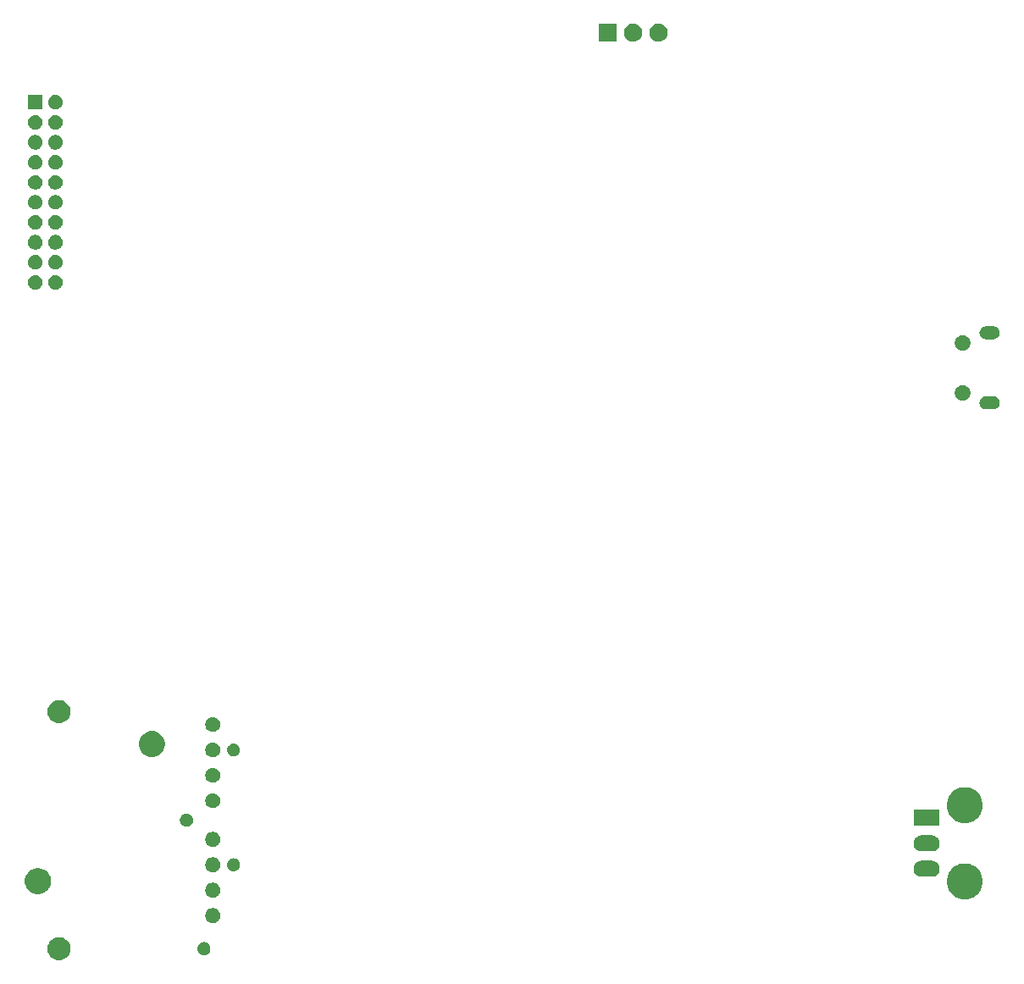
<source format=gbs>
G04 #@! TF.GenerationSoftware,KiCad,Pcbnew,5.1.6-c6e7f7d~86~ubuntu16.04.1*
G04 #@! TF.CreationDate,2020-07-06T18:05:24+05:00*
G04 #@! TF.ProjectId,usb2most,75736232-6d6f-4737-942e-6b696361645f,rev?*
G04 #@! TF.SameCoordinates,Original*
G04 #@! TF.FileFunction,Soldermask,Bot*
G04 #@! TF.FilePolarity,Negative*
%FSLAX46Y46*%
G04 Gerber Fmt 4.6, Leading zero omitted, Abs format (unit mm)*
G04 Created by KiCad (PCBNEW 5.1.6-c6e7f7d~86~ubuntu16.04.1) date 2020-07-06 18:05:24*
%MOMM*%
%LPD*%
G01*
G04 APERTURE LIST*
%ADD10C,0.100000*%
G04 APERTURE END LIST*
D10*
G36*
X24887324Y-113594731D02*
G01*
X25035443Y-113624194D01*
X25244729Y-113710884D01*
X25433082Y-113836737D01*
X25593263Y-113996918D01*
X25719116Y-114185271D01*
X25805806Y-114394557D01*
X25850000Y-114616735D01*
X25850000Y-114843265D01*
X25805806Y-115065443D01*
X25719116Y-115274729D01*
X25593263Y-115463082D01*
X25433082Y-115623263D01*
X25244729Y-115749116D01*
X25035443Y-115835806D01*
X24887324Y-115865269D01*
X24813266Y-115880000D01*
X24586734Y-115880000D01*
X24512676Y-115865269D01*
X24364557Y-115835806D01*
X24155271Y-115749116D01*
X23966918Y-115623263D01*
X23806737Y-115463082D01*
X23680884Y-115274729D01*
X23594194Y-115065443D01*
X23550000Y-114843265D01*
X23550000Y-114616735D01*
X23594194Y-114394557D01*
X23680884Y-114185271D01*
X23806737Y-113996918D01*
X23966918Y-113836737D01*
X24155271Y-113710884D01*
X24364557Y-113624194D01*
X24512676Y-113594731D01*
X24586734Y-113580000D01*
X24813266Y-113580000D01*
X24887324Y-113594731D01*
G37*
G36*
X39347738Y-114096653D02*
G01*
X39389598Y-114104979D01*
X39438596Y-114125275D01*
X39507889Y-114153977D01*
X39507890Y-114153978D01*
X39614351Y-114225112D01*
X39704888Y-114315649D01*
X39752418Y-114386784D01*
X39776023Y-114422111D01*
X39825021Y-114540403D01*
X39850000Y-114665979D01*
X39850000Y-114794021D01*
X39825021Y-114919597D01*
X39776023Y-115037889D01*
X39776022Y-115037890D01*
X39704888Y-115144351D01*
X39614351Y-115234888D01*
X39554727Y-115274727D01*
X39507889Y-115306023D01*
X39438596Y-115334725D01*
X39389598Y-115355021D01*
X39347738Y-115363347D01*
X39264021Y-115380000D01*
X39135979Y-115380000D01*
X39052262Y-115363347D01*
X39010402Y-115355021D01*
X38961404Y-115334725D01*
X38892111Y-115306023D01*
X38845273Y-115274727D01*
X38785649Y-115234888D01*
X38695112Y-115144351D01*
X38623978Y-115037890D01*
X38623977Y-115037889D01*
X38574979Y-114919597D01*
X38550000Y-114794021D01*
X38550000Y-114665979D01*
X38574979Y-114540403D01*
X38623977Y-114422111D01*
X38647582Y-114386784D01*
X38695112Y-114315649D01*
X38785649Y-114225112D01*
X38892110Y-114153978D01*
X38892111Y-114153977D01*
X38961404Y-114125275D01*
X39010402Y-114104979D01*
X39052262Y-114096653D01*
X39135979Y-114080000D01*
X39264021Y-114080000D01*
X39347738Y-114096653D01*
G37*
G36*
X40288766Y-110708821D02*
G01*
X40425257Y-110765358D01*
X40548097Y-110847437D01*
X40652563Y-110951903D01*
X40734642Y-111074743D01*
X40791179Y-111211234D01*
X40820000Y-111356130D01*
X40820000Y-111503870D01*
X40791179Y-111648766D01*
X40734642Y-111785257D01*
X40652563Y-111908097D01*
X40548097Y-112012563D01*
X40425257Y-112094642D01*
X40288766Y-112151179D01*
X40143870Y-112180000D01*
X39996130Y-112180000D01*
X39851234Y-112151179D01*
X39714743Y-112094642D01*
X39591903Y-112012563D01*
X39487437Y-111908097D01*
X39405358Y-111785257D01*
X39348821Y-111648766D01*
X39320000Y-111503870D01*
X39320000Y-111356130D01*
X39348821Y-111211234D01*
X39405358Y-111074743D01*
X39487437Y-110951903D01*
X39591903Y-110847437D01*
X39714743Y-110765358D01*
X39851234Y-110708821D01*
X39996130Y-110680000D01*
X40143870Y-110680000D01*
X40288766Y-110708821D01*
G37*
G36*
X115601163Y-106253587D02*
G01*
X115775041Y-106288173D01*
X116046415Y-106400580D01*
X116078860Y-106414019D01*
X116102620Y-106423861D01*
X116397433Y-106620849D01*
X116648151Y-106871567D01*
X116835062Y-107151299D01*
X116845140Y-107166382D01*
X116857245Y-107195606D01*
X116980827Y-107493959D01*
X117050000Y-107841716D01*
X117050000Y-108196284D01*
X116980827Y-108544041D01*
X116845139Y-108871620D01*
X116648151Y-109166433D01*
X116397433Y-109417151D01*
X116102620Y-109614139D01*
X115775041Y-109749827D01*
X115601163Y-109784413D01*
X115427286Y-109819000D01*
X115072714Y-109819000D01*
X114898837Y-109784413D01*
X114724959Y-109749827D01*
X114397380Y-109614139D01*
X114102567Y-109417151D01*
X113851849Y-109166433D01*
X113654861Y-108871620D01*
X113519173Y-108544041D01*
X113450000Y-108196284D01*
X113450000Y-107841716D01*
X113519173Y-107493959D01*
X113642755Y-107195606D01*
X113654860Y-107166382D01*
X113664938Y-107151299D01*
X113851849Y-106871567D01*
X114102567Y-106620849D01*
X114397380Y-106423861D01*
X114421141Y-106414019D01*
X114453585Y-106400580D01*
X114724959Y-106288173D01*
X114898837Y-106253587D01*
X115072714Y-106219000D01*
X115427286Y-106219000D01*
X115601163Y-106253587D01*
G37*
G36*
X40288766Y-108168821D02*
G01*
X40425257Y-108225358D01*
X40548097Y-108307437D01*
X40652563Y-108411903D01*
X40734642Y-108534743D01*
X40791179Y-108671234D01*
X40820000Y-108816130D01*
X40820000Y-108963870D01*
X40791179Y-109108766D01*
X40734642Y-109245257D01*
X40652563Y-109368097D01*
X40548097Y-109472563D01*
X40425257Y-109554642D01*
X40288766Y-109611179D01*
X40143870Y-109640000D01*
X39996130Y-109640000D01*
X39851234Y-109611179D01*
X39714743Y-109554642D01*
X39591903Y-109472563D01*
X39487437Y-109368097D01*
X39405358Y-109245257D01*
X39348821Y-109108766D01*
X39320000Y-108963870D01*
X39320000Y-108816130D01*
X39348821Y-108671234D01*
X39405358Y-108534743D01*
X39487437Y-108411903D01*
X39591903Y-108307437D01*
X39714743Y-108225358D01*
X39851234Y-108168821D01*
X39996130Y-108140000D01*
X40143870Y-108140000D01*
X40288766Y-108168821D01*
G37*
G36*
X22979196Y-106729958D02*
G01*
X23215781Y-106827955D01*
X23428702Y-106970224D01*
X23609776Y-107151298D01*
X23720776Y-107317422D01*
X23752046Y-107364221D01*
X23850042Y-107600805D01*
X23900000Y-107851960D01*
X23900000Y-108108040D01*
X23850042Y-108359195D01*
X23773477Y-108544041D01*
X23752045Y-108595781D01*
X23609776Y-108808702D01*
X23428702Y-108989776D01*
X23215781Y-109132045D01*
X22979196Y-109230042D01*
X22728040Y-109280000D01*
X22471960Y-109280000D01*
X22220804Y-109230042D01*
X21984219Y-109132045D01*
X21771298Y-108989776D01*
X21590224Y-108808702D01*
X21447955Y-108595781D01*
X21426524Y-108544041D01*
X21349958Y-108359195D01*
X21300000Y-108108040D01*
X21300000Y-107851960D01*
X21349958Y-107600805D01*
X21447954Y-107364221D01*
X21479224Y-107317422D01*
X21590224Y-107151298D01*
X21771298Y-106970224D01*
X21984219Y-106827955D01*
X22220804Y-106729958D01*
X22471960Y-106680000D01*
X22728040Y-106680000D01*
X22979196Y-106729958D01*
G37*
G36*
X112018471Y-105952859D02*
G01*
X112096827Y-105960576D01*
X112247628Y-106006321D01*
X112247630Y-106006322D01*
X112386605Y-106080606D01*
X112508422Y-106180578D01*
X112608394Y-106302395D01*
X112673319Y-106423860D01*
X112682679Y-106441372D01*
X112728424Y-106592173D01*
X112743870Y-106749000D01*
X112728424Y-106905827D01*
X112695415Y-107014642D01*
X112682678Y-107056630D01*
X112608394Y-107195605D01*
X112508422Y-107317422D01*
X112386605Y-107417394D01*
X112247630Y-107491678D01*
X112247628Y-107491679D01*
X112096827Y-107537424D01*
X112018471Y-107545141D01*
X111979294Y-107549000D01*
X110900706Y-107549000D01*
X110861529Y-107545141D01*
X110783173Y-107537424D01*
X110632372Y-107491679D01*
X110632370Y-107491678D01*
X110493395Y-107417394D01*
X110371578Y-107317422D01*
X110271606Y-107195605D01*
X110197322Y-107056630D01*
X110184585Y-107014642D01*
X110151576Y-106905827D01*
X110136130Y-106749000D01*
X110151576Y-106592173D01*
X110197321Y-106441372D01*
X110206681Y-106423860D01*
X110271606Y-106302395D01*
X110371578Y-106180578D01*
X110493395Y-106080606D01*
X110632370Y-106006322D01*
X110632372Y-106006321D01*
X110783173Y-105960576D01*
X110861529Y-105952859D01*
X110900706Y-105949000D01*
X111979294Y-105949000D01*
X112018471Y-105952859D01*
G37*
G36*
X40288766Y-105628821D02*
G01*
X40425257Y-105685358D01*
X40548097Y-105767437D01*
X40652563Y-105871903D01*
X40734642Y-105994743D01*
X40791179Y-106131234D01*
X40820000Y-106276130D01*
X40820000Y-106423870D01*
X40791179Y-106568766D01*
X40734642Y-106705257D01*
X40652563Y-106828097D01*
X40548097Y-106932563D01*
X40425257Y-107014642D01*
X40288766Y-107071179D01*
X40143870Y-107100000D01*
X39996130Y-107100000D01*
X39851234Y-107071179D01*
X39714743Y-107014642D01*
X39591903Y-106932563D01*
X39487437Y-106828097D01*
X39405358Y-106705257D01*
X39348821Y-106568766D01*
X39320000Y-106423870D01*
X39320000Y-106276130D01*
X39348821Y-106131234D01*
X39405358Y-105994743D01*
X39487437Y-105871903D01*
X39591903Y-105767437D01*
X39714743Y-105685358D01*
X39851234Y-105628821D01*
X39996130Y-105600000D01*
X40143870Y-105600000D01*
X40288766Y-105628821D01*
G37*
G36*
X42297738Y-105716653D02*
G01*
X42339598Y-105724979D01*
X42388596Y-105745275D01*
X42457889Y-105773977D01*
X42457890Y-105773978D01*
X42564351Y-105845112D01*
X42654888Y-105935649D01*
X42671543Y-105960576D01*
X42726023Y-106042111D01*
X42754725Y-106111404D01*
X42762939Y-106131233D01*
X42775021Y-106160403D01*
X42800000Y-106285979D01*
X42800000Y-106414021D01*
X42798041Y-106423869D01*
X42775021Y-106539598D01*
X42754725Y-106588596D01*
X42726023Y-106657889D01*
X42726022Y-106657890D01*
X42654888Y-106764351D01*
X42564351Y-106854888D01*
X42539387Y-106871568D01*
X42457889Y-106926023D01*
X42388596Y-106954725D01*
X42339598Y-106975021D01*
X42297738Y-106983347D01*
X42214021Y-107000000D01*
X42085979Y-107000000D01*
X42002262Y-106983347D01*
X41960402Y-106975021D01*
X41911404Y-106954725D01*
X41842111Y-106926023D01*
X41760613Y-106871568D01*
X41735649Y-106854888D01*
X41645112Y-106764351D01*
X41573978Y-106657890D01*
X41573977Y-106657889D01*
X41545275Y-106588596D01*
X41524979Y-106539598D01*
X41501959Y-106423869D01*
X41500000Y-106414021D01*
X41500000Y-106285979D01*
X41524979Y-106160403D01*
X41537062Y-106131233D01*
X41545275Y-106111404D01*
X41573977Y-106042111D01*
X41628457Y-105960576D01*
X41645112Y-105935649D01*
X41735649Y-105845112D01*
X41842110Y-105773978D01*
X41842111Y-105773977D01*
X41911404Y-105745275D01*
X41960402Y-105724979D01*
X42002262Y-105716653D01*
X42085979Y-105700000D01*
X42214021Y-105700000D01*
X42297738Y-105716653D01*
G37*
G36*
X112018471Y-103412859D02*
G01*
X112096827Y-103420576D01*
X112247628Y-103466321D01*
X112247630Y-103466322D01*
X112386605Y-103540606D01*
X112448296Y-103591234D01*
X112508422Y-103640578D01*
X112608393Y-103762394D01*
X112682679Y-103901372D01*
X112728424Y-104052173D01*
X112743870Y-104209000D01*
X112728424Y-104365827D01*
X112695415Y-104474642D01*
X112682678Y-104516630D01*
X112608394Y-104655605D01*
X112508422Y-104777422D01*
X112386605Y-104877394D01*
X112247630Y-104951678D01*
X112247628Y-104951679D01*
X112096827Y-104997424D01*
X112018471Y-105005141D01*
X111979294Y-105009000D01*
X110900706Y-105009000D01*
X110861529Y-105005141D01*
X110783173Y-104997424D01*
X110632372Y-104951679D01*
X110632370Y-104951678D01*
X110493395Y-104877394D01*
X110371578Y-104777422D01*
X110271606Y-104655605D01*
X110197322Y-104516630D01*
X110184585Y-104474642D01*
X110151576Y-104365827D01*
X110136130Y-104209000D01*
X110151576Y-104052173D01*
X110197321Y-103901372D01*
X110271607Y-103762394D01*
X110371578Y-103640578D01*
X110431704Y-103591234D01*
X110493395Y-103540606D01*
X110632370Y-103466322D01*
X110632372Y-103466321D01*
X110783173Y-103420576D01*
X110861529Y-103412859D01*
X110900706Y-103409000D01*
X111979294Y-103409000D01*
X112018471Y-103412859D01*
G37*
G36*
X40288766Y-103088821D02*
G01*
X40425257Y-103145358D01*
X40548097Y-103227437D01*
X40652563Y-103331903D01*
X40734642Y-103454743D01*
X40791179Y-103591234D01*
X40820000Y-103736130D01*
X40820000Y-103883870D01*
X40791179Y-104028766D01*
X40734642Y-104165257D01*
X40652563Y-104288097D01*
X40548097Y-104392563D01*
X40425257Y-104474642D01*
X40288766Y-104531179D01*
X40143870Y-104560000D01*
X39996130Y-104560000D01*
X39851234Y-104531179D01*
X39714743Y-104474642D01*
X39591903Y-104392563D01*
X39487437Y-104288097D01*
X39405358Y-104165257D01*
X39348821Y-104028766D01*
X39320000Y-103883870D01*
X39320000Y-103736130D01*
X39348821Y-103591234D01*
X39405358Y-103454743D01*
X39487437Y-103331903D01*
X39591903Y-103227437D01*
X39714743Y-103145358D01*
X39851234Y-103088821D01*
X39996130Y-103060000D01*
X40143870Y-103060000D01*
X40288766Y-103088821D01*
G37*
G36*
X37597738Y-101246653D02*
G01*
X37639598Y-101254979D01*
X37688596Y-101275275D01*
X37757889Y-101303977D01*
X37757890Y-101303978D01*
X37864351Y-101375112D01*
X37954888Y-101465649D01*
X38002418Y-101536784D01*
X38026023Y-101572111D01*
X38075021Y-101690403D01*
X38100000Y-101815979D01*
X38100000Y-101944021D01*
X38075021Y-102069597D01*
X38026023Y-102187889D01*
X38026022Y-102187890D01*
X37954888Y-102294351D01*
X37864351Y-102384888D01*
X37793216Y-102432418D01*
X37757889Y-102456023D01*
X37688596Y-102484725D01*
X37639598Y-102505021D01*
X37597738Y-102513347D01*
X37514021Y-102530000D01*
X37385979Y-102530000D01*
X37302262Y-102513347D01*
X37260402Y-102505021D01*
X37211404Y-102484725D01*
X37142111Y-102456023D01*
X37106784Y-102432418D01*
X37035649Y-102384888D01*
X36945112Y-102294351D01*
X36873978Y-102187890D01*
X36873977Y-102187889D01*
X36824979Y-102069597D01*
X36800000Y-101944021D01*
X36800000Y-101815979D01*
X36824979Y-101690403D01*
X36873977Y-101572111D01*
X36897582Y-101536784D01*
X36945112Y-101465649D01*
X37035649Y-101375112D01*
X37142110Y-101303978D01*
X37142111Y-101303977D01*
X37211404Y-101275275D01*
X37260402Y-101254979D01*
X37302262Y-101246653D01*
X37385979Y-101230000D01*
X37514021Y-101230000D01*
X37597738Y-101246653D01*
G37*
G36*
X112740000Y-102469000D02*
G01*
X110140000Y-102469000D01*
X110140000Y-100869000D01*
X112740000Y-100869000D01*
X112740000Y-102469000D01*
G37*
G36*
X115601162Y-98633586D02*
G01*
X115775041Y-98668173D01*
X116102620Y-98803861D01*
X116397433Y-99000849D01*
X116648151Y-99251567D01*
X116845139Y-99546380D01*
X116980827Y-99873959D01*
X116981259Y-99876131D01*
X117050000Y-100221714D01*
X117050000Y-100576286D01*
X117015414Y-100750162D01*
X116980827Y-100924041D01*
X116845139Y-101251620D01*
X116648151Y-101546433D01*
X116397433Y-101797151D01*
X116102620Y-101994139D01*
X115775041Y-102129827D01*
X115601162Y-102164414D01*
X115427286Y-102199000D01*
X115072714Y-102199000D01*
X114898837Y-102164413D01*
X114724959Y-102129827D01*
X114397380Y-101994139D01*
X114102567Y-101797151D01*
X113851849Y-101546433D01*
X113654861Y-101251620D01*
X113519173Y-100924041D01*
X113484587Y-100750163D01*
X113450000Y-100576286D01*
X113450000Y-100221714D01*
X113518741Y-99876131D01*
X113519173Y-99873959D01*
X113654861Y-99546380D01*
X113851849Y-99251567D01*
X114102567Y-99000849D01*
X114397380Y-98803861D01*
X114724959Y-98668173D01*
X114898838Y-98633586D01*
X115072714Y-98599000D01*
X115427286Y-98599000D01*
X115601162Y-98633586D01*
G37*
G36*
X40288766Y-99228821D02*
G01*
X40425257Y-99285358D01*
X40548097Y-99367437D01*
X40652563Y-99471903D01*
X40734642Y-99594743D01*
X40791179Y-99731234D01*
X40820000Y-99876130D01*
X40820000Y-100023870D01*
X40791179Y-100168766D01*
X40734642Y-100305257D01*
X40652563Y-100428097D01*
X40548097Y-100532563D01*
X40425257Y-100614642D01*
X40288766Y-100671179D01*
X40143870Y-100700000D01*
X39996130Y-100700000D01*
X39851234Y-100671179D01*
X39714743Y-100614642D01*
X39591903Y-100532563D01*
X39487437Y-100428097D01*
X39405358Y-100305257D01*
X39348821Y-100168766D01*
X39320000Y-100023870D01*
X39320000Y-99876130D01*
X39348821Y-99731234D01*
X39405358Y-99594743D01*
X39487437Y-99471903D01*
X39591903Y-99367437D01*
X39714743Y-99285358D01*
X39851234Y-99228821D01*
X39996130Y-99200000D01*
X40143870Y-99200000D01*
X40288766Y-99228821D01*
G37*
G36*
X40288766Y-96688821D02*
G01*
X40425257Y-96745358D01*
X40548097Y-96827437D01*
X40652563Y-96931903D01*
X40734642Y-97054743D01*
X40791179Y-97191234D01*
X40820000Y-97336130D01*
X40820000Y-97483870D01*
X40791179Y-97628766D01*
X40734642Y-97765257D01*
X40652563Y-97888097D01*
X40548097Y-97992563D01*
X40425257Y-98074642D01*
X40288766Y-98131179D01*
X40143870Y-98160000D01*
X39996130Y-98160000D01*
X39851234Y-98131179D01*
X39714743Y-98074642D01*
X39591903Y-97992563D01*
X39487437Y-97888097D01*
X39405358Y-97765257D01*
X39348821Y-97628766D01*
X39320000Y-97483870D01*
X39320000Y-97336130D01*
X39348821Y-97191234D01*
X39405358Y-97054743D01*
X39487437Y-96931903D01*
X39591903Y-96827437D01*
X39714743Y-96745358D01*
X39851234Y-96688821D01*
X39996130Y-96660000D01*
X40143870Y-96660000D01*
X40288766Y-96688821D01*
G37*
G36*
X40288766Y-94148821D02*
G01*
X40425257Y-94205358D01*
X40548097Y-94287437D01*
X40652563Y-94391903D01*
X40734642Y-94514743D01*
X40791179Y-94651234D01*
X40820000Y-94796130D01*
X40820000Y-94943870D01*
X40791179Y-95088766D01*
X40734642Y-95225257D01*
X40652563Y-95348097D01*
X40548097Y-95452563D01*
X40425257Y-95534642D01*
X40288766Y-95591179D01*
X40143870Y-95620000D01*
X39996130Y-95620000D01*
X39851234Y-95591179D01*
X39714743Y-95534642D01*
X39591903Y-95452563D01*
X39487437Y-95348097D01*
X39405358Y-95225257D01*
X39348821Y-95088766D01*
X39320000Y-94943870D01*
X39320000Y-94796130D01*
X39348821Y-94651234D01*
X39405358Y-94514743D01*
X39487437Y-94391903D01*
X39591903Y-94287437D01*
X39714743Y-94205358D01*
X39851234Y-94148821D01*
X39996130Y-94120000D01*
X40143870Y-94120000D01*
X40288766Y-94148821D01*
G37*
G36*
X34201645Y-92994641D02*
G01*
X34379196Y-93029958D01*
X34615781Y-93127955D01*
X34828702Y-93270224D01*
X35009776Y-93451298D01*
X35152045Y-93664219D01*
X35152046Y-93664221D01*
X35250042Y-93900805D01*
X35299376Y-94148821D01*
X35300000Y-94151961D01*
X35300000Y-94408039D01*
X35250042Y-94659196D01*
X35152045Y-94895781D01*
X35009776Y-95108702D01*
X34828702Y-95289776D01*
X34615781Y-95432045D01*
X34379196Y-95530042D01*
X34253617Y-95555021D01*
X34128040Y-95580000D01*
X33871960Y-95580000D01*
X33746383Y-95555021D01*
X33620804Y-95530042D01*
X33384219Y-95432045D01*
X33171298Y-95289776D01*
X32990224Y-95108702D01*
X32847955Y-94895781D01*
X32749958Y-94659196D01*
X32700000Y-94408039D01*
X32700000Y-94151961D01*
X32700625Y-94148821D01*
X32749958Y-93900805D01*
X32847954Y-93664221D01*
X32847955Y-93664219D01*
X32990224Y-93451298D01*
X33171298Y-93270224D01*
X33384219Y-93127955D01*
X33620804Y-93029958D01*
X33798355Y-92994641D01*
X33871960Y-92980000D01*
X34128040Y-92980000D01*
X34201645Y-92994641D01*
G37*
G36*
X42297738Y-94236653D02*
G01*
X42339598Y-94244979D01*
X42388596Y-94265275D01*
X42457889Y-94293977D01*
X42457890Y-94293978D01*
X42564351Y-94365112D01*
X42654888Y-94455649D01*
X42694372Y-94514742D01*
X42726023Y-94562111D01*
X42754725Y-94631404D01*
X42775021Y-94680402D01*
X42800000Y-94805981D01*
X42800000Y-94934019D01*
X42775021Y-95059598D01*
X42754725Y-95108596D01*
X42726023Y-95177889D01*
X42726022Y-95177890D01*
X42654888Y-95284351D01*
X42564351Y-95374888D01*
X42493216Y-95422418D01*
X42457889Y-95446023D01*
X42388596Y-95474725D01*
X42339598Y-95495021D01*
X42297738Y-95503347D01*
X42214021Y-95520000D01*
X42085979Y-95520000D01*
X42002262Y-95503347D01*
X41960402Y-95495021D01*
X41911404Y-95474725D01*
X41842111Y-95446023D01*
X41806784Y-95422418D01*
X41735649Y-95374888D01*
X41645112Y-95284351D01*
X41573978Y-95177890D01*
X41573977Y-95177889D01*
X41545275Y-95108596D01*
X41524979Y-95059598D01*
X41500000Y-94934019D01*
X41500000Y-94805981D01*
X41524979Y-94680402D01*
X41545275Y-94631404D01*
X41573977Y-94562111D01*
X41605628Y-94514742D01*
X41645112Y-94455649D01*
X41735649Y-94365112D01*
X41842110Y-94293978D01*
X41842111Y-94293977D01*
X41911404Y-94265275D01*
X41960402Y-94244979D01*
X42002262Y-94236653D01*
X42085979Y-94220000D01*
X42214021Y-94220000D01*
X42297738Y-94236653D01*
G37*
G36*
X40288766Y-91608821D02*
G01*
X40425257Y-91665358D01*
X40548097Y-91747437D01*
X40652563Y-91851903D01*
X40734642Y-91974743D01*
X40791179Y-92111234D01*
X40820000Y-92256130D01*
X40820000Y-92403870D01*
X40791179Y-92548766D01*
X40734642Y-92685257D01*
X40652563Y-92808097D01*
X40548097Y-92912563D01*
X40425257Y-92994642D01*
X40288766Y-93051179D01*
X40143870Y-93080000D01*
X39996130Y-93080000D01*
X39851234Y-93051179D01*
X39714743Y-92994642D01*
X39591903Y-92912563D01*
X39487437Y-92808097D01*
X39405358Y-92685257D01*
X39348821Y-92548766D01*
X39320000Y-92403870D01*
X39320000Y-92256130D01*
X39348821Y-92111234D01*
X39405358Y-91974743D01*
X39487437Y-91851903D01*
X39591903Y-91747437D01*
X39714743Y-91665358D01*
X39851234Y-91608821D01*
X39996130Y-91580000D01*
X40143870Y-91580000D01*
X40288766Y-91608821D01*
G37*
G36*
X24887324Y-89894731D02*
G01*
X25035443Y-89924194D01*
X25244729Y-90010884D01*
X25433082Y-90136737D01*
X25593263Y-90296918D01*
X25719116Y-90485271D01*
X25805806Y-90694557D01*
X25850000Y-90916735D01*
X25850000Y-91143265D01*
X25805806Y-91365443D01*
X25719116Y-91574729D01*
X25593263Y-91763082D01*
X25433082Y-91923263D01*
X25244729Y-92049116D01*
X25035443Y-92135806D01*
X24887324Y-92165269D01*
X24813266Y-92180000D01*
X24586734Y-92180000D01*
X24512676Y-92165269D01*
X24364557Y-92135806D01*
X24155271Y-92049116D01*
X23966918Y-91923263D01*
X23806737Y-91763082D01*
X23680884Y-91574729D01*
X23594194Y-91365443D01*
X23550000Y-91143265D01*
X23550000Y-90916735D01*
X23594194Y-90694557D01*
X23680884Y-90485271D01*
X23806737Y-90296918D01*
X23966918Y-90136737D01*
X24155271Y-90010884D01*
X24364557Y-89924194D01*
X24512676Y-89894731D01*
X24586734Y-89880000D01*
X24813266Y-89880000D01*
X24887324Y-89894731D01*
G37*
G36*
X118195486Y-59515229D02*
G01*
X118207423Y-59516405D01*
X118268685Y-59534989D01*
X118329948Y-59553573D01*
X118442868Y-59613930D01*
X118541843Y-59695157D01*
X118623070Y-59794132D01*
X118683427Y-59907052D01*
X118720595Y-60029578D01*
X118733145Y-60157000D01*
X118720595Y-60284422D01*
X118683427Y-60406948D01*
X118623070Y-60519868D01*
X118541843Y-60618843D01*
X118442868Y-60700070D01*
X118329948Y-60760427D01*
X118268685Y-60779011D01*
X118207423Y-60797595D01*
X118195486Y-60798771D01*
X118111932Y-60807000D01*
X117348068Y-60807000D01*
X117264514Y-60798771D01*
X117252577Y-60797595D01*
X117191315Y-60779011D01*
X117130052Y-60760427D01*
X117017132Y-60700070D01*
X116918157Y-60618843D01*
X116836930Y-60519868D01*
X116776573Y-60406948D01*
X116739405Y-60284422D01*
X116726855Y-60157000D01*
X116739405Y-60029578D01*
X116776573Y-59907052D01*
X116836930Y-59794132D01*
X116918157Y-59695157D01*
X117017132Y-59613930D01*
X117130052Y-59553573D01*
X117191315Y-59534989D01*
X117252577Y-59516405D01*
X117264514Y-59515229D01*
X117348068Y-59507000D01*
X118111932Y-59507000D01*
X118195486Y-59515229D01*
G37*
G36*
X115256059Y-58411782D02*
G01*
X115397099Y-58470203D01*
X115397100Y-58470204D01*
X115524034Y-58555018D01*
X115631982Y-58662966D01*
X115631983Y-58662968D01*
X115716797Y-58789901D01*
X115775218Y-58930941D01*
X115805000Y-59080668D01*
X115805000Y-59233332D01*
X115775218Y-59383059D01*
X115716797Y-59524099D01*
X115716796Y-59524100D01*
X115631982Y-59651034D01*
X115524034Y-59758982D01*
X115471428Y-59794132D01*
X115397099Y-59843797D01*
X115256059Y-59902218D01*
X115106332Y-59932000D01*
X114953668Y-59932000D01*
X114803941Y-59902218D01*
X114662901Y-59843797D01*
X114588572Y-59794132D01*
X114535966Y-59758982D01*
X114428018Y-59651034D01*
X114343204Y-59524100D01*
X114343203Y-59524099D01*
X114284782Y-59383059D01*
X114255000Y-59233332D01*
X114255000Y-59080668D01*
X114284782Y-58930941D01*
X114343203Y-58789901D01*
X114428017Y-58662968D01*
X114428018Y-58662966D01*
X114535966Y-58555018D01*
X114662900Y-58470204D01*
X114662901Y-58470203D01*
X114803941Y-58411782D01*
X114953668Y-58382000D01*
X115106332Y-58382000D01*
X115256059Y-58411782D01*
G37*
G36*
X115256059Y-53411782D02*
G01*
X115397099Y-53470203D01*
X115397100Y-53470204D01*
X115524034Y-53555018D01*
X115631982Y-53662966D01*
X115631983Y-53662968D01*
X115716797Y-53789901D01*
X115775218Y-53930941D01*
X115805000Y-54080668D01*
X115805000Y-54233332D01*
X115775218Y-54383059D01*
X115716797Y-54524099D01*
X115716796Y-54524100D01*
X115631982Y-54651034D01*
X115524034Y-54758982D01*
X115460136Y-54801677D01*
X115397099Y-54843797D01*
X115256059Y-54902218D01*
X115106332Y-54932000D01*
X114953668Y-54932000D01*
X114803941Y-54902218D01*
X114662901Y-54843797D01*
X114599864Y-54801677D01*
X114535966Y-54758982D01*
X114428018Y-54651034D01*
X114343204Y-54524100D01*
X114343203Y-54524099D01*
X114284782Y-54383059D01*
X114255000Y-54233332D01*
X114255000Y-54080668D01*
X114284782Y-53930941D01*
X114343203Y-53789901D01*
X114428017Y-53662968D01*
X114428018Y-53662966D01*
X114535966Y-53555018D01*
X114662900Y-53470204D01*
X114662901Y-53470203D01*
X114803941Y-53411782D01*
X114953668Y-53382000D01*
X115106332Y-53382000D01*
X115256059Y-53411782D01*
G37*
G36*
X118195486Y-52515229D02*
G01*
X118207423Y-52516405D01*
X118268685Y-52534989D01*
X118329948Y-52553573D01*
X118442868Y-52613930D01*
X118541843Y-52695157D01*
X118623070Y-52794132D01*
X118683427Y-52907052D01*
X118720595Y-53029578D01*
X118733145Y-53157000D01*
X118720595Y-53284422D01*
X118683427Y-53406948D01*
X118623070Y-53519868D01*
X118541843Y-53618843D01*
X118442868Y-53700070D01*
X118329948Y-53760427D01*
X118268685Y-53779011D01*
X118207423Y-53797595D01*
X118195486Y-53798771D01*
X118111932Y-53807000D01*
X117348068Y-53807000D01*
X117264514Y-53798771D01*
X117252577Y-53797595D01*
X117191315Y-53779011D01*
X117130052Y-53760427D01*
X117017132Y-53700070D01*
X116918157Y-53618843D01*
X116836930Y-53519868D01*
X116776573Y-53406948D01*
X116739405Y-53284422D01*
X116726855Y-53157000D01*
X116739405Y-53029578D01*
X116776573Y-52907052D01*
X116836930Y-52794132D01*
X116918157Y-52695157D01*
X117017132Y-52613930D01*
X117130052Y-52553573D01*
X117191315Y-52534989D01*
X117252577Y-52516405D01*
X117264514Y-52515229D01*
X117348068Y-52507000D01*
X118111932Y-52507000D01*
X118195486Y-52515229D01*
G37*
G36*
X22551475Y-47412861D02*
G01*
X22683416Y-47467512D01*
X22802160Y-47546855D01*
X22903145Y-47647840D01*
X22982488Y-47766584D01*
X23037139Y-47898525D01*
X23065000Y-48038592D01*
X23065000Y-48181408D01*
X23037139Y-48321475D01*
X22982488Y-48453416D01*
X22903145Y-48572160D01*
X22802160Y-48673145D01*
X22683416Y-48752488D01*
X22551475Y-48807139D01*
X22411408Y-48835000D01*
X22268592Y-48835000D01*
X22128525Y-48807139D01*
X21996584Y-48752488D01*
X21877840Y-48673145D01*
X21776855Y-48572160D01*
X21697512Y-48453416D01*
X21642861Y-48321475D01*
X21615000Y-48181408D01*
X21615000Y-48038592D01*
X21642861Y-47898525D01*
X21697512Y-47766584D01*
X21776855Y-47647840D01*
X21877840Y-47546855D01*
X21996584Y-47467512D01*
X22128525Y-47412861D01*
X22268592Y-47385000D01*
X22411408Y-47385000D01*
X22551475Y-47412861D01*
G37*
G36*
X24551475Y-47412861D02*
G01*
X24683416Y-47467512D01*
X24802160Y-47546855D01*
X24903145Y-47647840D01*
X24982488Y-47766584D01*
X25037139Y-47898525D01*
X25065000Y-48038592D01*
X25065000Y-48181408D01*
X25037139Y-48321475D01*
X24982488Y-48453416D01*
X24903145Y-48572160D01*
X24802160Y-48673145D01*
X24683416Y-48752488D01*
X24551475Y-48807139D01*
X24411408Y-48835000D01*
X24268592Y-48835000D01*
X24128525Y-48807139D01*
X23996584Y-48752488D01*
X23877840Y-48673145D01*
X23776855Y-48572160D01*
X23697512Y-48453416D01*
X23642861Y-48321475D01*
X23615000Y-48181408D01*
X23615000Y-48038592D01*
X23642861Y-47898525D01*
X23697512Y-47766584D01*
X23776855Y-47647840D01*
X23877840Y-47546855D01*
X23996584Y-47467512D01*
X24128525Y-47412861D01*
X24268592Y-47385000D01*
X24411408Y-47385000D01*
X24551475Y-47412861D01*
G37*
G36*
X22551475Y-45412861D02*
G01*
X22683416Y-45467512D01*
X22802160Y-45546855D01*
X22903145Y-45647840D01*
X22982488Y-45766584D01*
X23037139Y-45898525D01*
X23065000Y-46038592D01*
X23065000Y-46181408D01*
X23037139Y-46321475D01*
X22982488Y-46453416D01*
X22903145Y-46572160D01*
X22802160Y-46673145D01*
X22683416Y-46752488D01*
X22551475Y-46807139D01*
X22411408Y-46835000D01*
X22268592Y-46835000D01*
X22128525Y-46807139D01*
X21996584Y-46752488D01*
X21877840Y-46673145D01*
X21776855Y-46572160D01*
X21697512Y-46453416D01*
X21642861Y-46321475D01*
X21615000Y-46181408D01*
X21615000Y-46038592D01*
X21642861Y-45898525D01*
X21697512Y-45766584D01*
X21776855Y-45647840D01*
X21877840Y-45546855D01*
X21996584Y-45467512D01*
X22128525Y-45412861D01*
X22268592Y-45385000D01*
X22411408Y-45385000D01*
X22551475Y-45412861D01*
G37*
G36*
X24551475Y-45412861D02*
G01*
X24683416Y-45467512D01*
X24802160Y-45546855D01*
X24903145Y-45647840D01*
X24982488Y-45766584D01*
X25037139Y-45898525D01*
X25065000Y-46038592D01*
X25065000Y-46181408D01*
X25037139Y-46321475D01*
X24982488Y-46453416D01*
X24903145Y-46572160D01*
X24802160Y-46673145D01*
X24683416Y-46752488D01*
X24551475Y-46807139D01*
X24411408Y-46835000D01*
X24268592Y-46835000D01*
X24128525Y-46807139D01*
X23996584Y-46752488D01*
X23877840Y-46673145D01*
X23776855Y-46572160D01*
X23697512Y-46453416D01*
X23642861Y-46321475D01*
X23615000Y-46181408D01*
X23615000Y-46038592D01*
X23642861Y-45898525D01*
X23697512Y-45766584D01*
X23776855Y-45647840D01*
X23877840Y-45546855D01*
X23996584Y-45467512D01*
X24128525Y-45412861D01*
X24268592Y-45385000D01*
X24411408Y-45385000D01*
X24551475Y-45412861D01*
G37*
G36*
X24551475Y-43412861D02*
G01*
X24683416Y-43467512D01*
X24802160Y-43546855D01*
X24903145Y-43647840D01*
X24982488Y-43766584D01*
X25037139Y-43898525D01*
X25065000Y-44038592D01*
X25065000Y-44181408D01*
X25037139Y-44321475D01*
X24982488Y-44453416D01*
X24903145Y-44572160D01*
X24802160Y-44673145D01*
X24683416Y-44752488D01*
X24551475Y-44807139D01*
X24411408Y-44835000D01*
X24268592Y-44835000D01*
X24128525Y-44807139D01*
X23996584Y-44752488D01*
X23877840Y-44673145D01*
X23776855Y-44572160D01*
X23697512Y-44453416D01*
X23642861Y-44321475D01*
X23615000Y-44181408D01*
X23615000Y-44038592D01*
X23642861Y-43898525D01*
X23697512Y-43766584D01*
X23776855Y-43647840D01*
X23877840Y-43546855D01*
X23996584Y-43467512D01*
X24128525Y-43412861D01*
X24268592Y-43385000D01*
X24411408Y-43385000D01*
X24551475Y-43412861D01*
G37*
G36*
X22551475Y-43412861D02*
G01*
X22683416Y-43467512D01*
X22802160Y-43546855D01*
X22903145Y-43647840D01*
X22982488Y-43766584D01*
X23037139Y-43898525D01*
X23065000Y-44038592D01*
X23065000Y-44181408D01*
X23037139Y-44321475D01*
X22982488Y-44453416D01*
X22903145Y-44572160D01*
X22802160Y-44673145D01*
X22683416Y-44752488D01*
X22551475Y-44807139D01*
X22411408Y-44835000D01*
X22268592Y-44835000D01*
X22128525Y-44807139D01*
X21996584Y-44752488D01*
X21877840Y-44673145D01*
X21776855Y-44572160D01*
X21697512Y-44453416D01*
X21642861Y-44321475D01*
X21615000Y-44181408D01*
X21615000Y-44038592D01*
X21642861Y-43898525D01*
X21697512Y-43766584D01*
X21776855Y-43647840D01*
X21877840Y-43546855D01*
X21996584Y-43467512D01*
X22128525Y-43412861D01*
X22268592Y-43385000D01*
X22411408Y-43385000D01*
X22551475Y-43412861D01*
G37*
G36*
X22551475Y-41412861D02*
G01*
X22683416Y-41467512D01*
X22802160Y-41546855D01*
X22903145Y-41647840D01*
X22982488Y-41766584D01*
X23037139Y-41898525D01*
X23065000Y-42038592D01*
X23065000Y-42181408D01*
X23037139Y-42321475D01*
X22982488Y-42453416D01*
X22903145Y-42572160D01*
X22802160Y-42673145D01*
X22683416Y-42752488D01*
X22551475Y-42807139D01*
X22411408Y-42835000D01*
X22268592Y-42835000D01*
X22128525Y-42807139D01*
X21996584Y-42752488D01*
X21877840Y-42673145D01*
X21776855Y-42572160D01*
X21697512Y-42453416D01*
X21642861Y-42321475D01*
X21615000Y-42181408D01*
X21615000Y-42038592D01*
X21642861Y-41898525D01*
X21697512Y-41766584D01*
X21776855Y-41647840D01*
X21877840Y-41546855D01*
X21996584Y-41467512D01*
X22128525Y-41412861D01*
X22268592Y-41385000D01*
X22411408Y-41385000D01*
X22551475Y-41412861D01*
G37*
G36*
X24551475Y-41412861D02*
G01*
X24683416Y-41467512D01*
X24802160Y-41546855D01*
X24903145Y-41647840D01*
X24982488Y-41766584D01*
X25037139Y-41898525D01*
X25065000Y-42038592D01*
X25065000Y-42181408D01*
X25037139Y-42321475D01*
X24982488Y-42453416D01*
X24903145Y-42572160D01*
X24802160Y-42673145D01*
X24683416Y-42752488D01*
X24551475Y-42807139D01*
X24411408Y-42835000D01*
X24268592Y-42835000D01*
X24128525Y-42807139D01*
X23996584Y-42752488D01*
X23877840Y-42673145D01*
X23776855Y-42572160D01*
X23697512Y-42453416D01*
X23642861Y-42321475D01*
X23615000Y-42181408D01*
X23615000Y-42038592D01*
X23642861Y-41898525D01*
X23697512Y-41766584D01*
X23776855Y-41647840D01*
X23877840Y-41546855D01*
X23996584Y-41467512D01*
X24128525Y-41412861D01*
X24268592Y-41385000D01*
X24411408Y-41385000D01*
X24551475Y-41412861D01*
G37*
G36*
X22551475Y-39412861D02*
G01*
X22683416Y-39467512D01*
X22802160Y-39546855D01*
X22903145Y-39647840D01*
X22982488Y-39766584D01*
X23037139Y-39898525D01*
X23065000Y-40038592D01*
X23065000Y-40181408D01*
X23037139Y-40321475D01*
X22982488Y-40453416D01*
X22903145Y-40572160D01*
X22802160Y-40673145D01*
X22683416Y-40752488D01*
X22551475Y-40807139D01*
X22411408Y-40835000D01*
X22268592Y-40835000D01*
X22128525Y-40807139D01*
X21996584Y-40752488D01*
X21877840Y-40673145D01*
X21776855Y-40572160D01*
X21697512Y-40453416D01*
X21642861Y-40321475D01*
X21615000Y-40181408D01*
X21615000Y-40038592D01*
X21642861Y-39898525D01*
X21697512Y-39766584D01*
X21776855Y-39647840D01*
X21877840Y-39546855D01*
X21996584Y-39467512D01*
X22128525Y-39412861D01*
X22268592Y-39385000D01*
X22411408Y-39385000D01*
X22551475Y-39412861D01*
G37*
G36*
X24551475Y-39412861D02*
G01*
X24683416Y-39467512D01*
X24802160Y-39546855D01*
X24903145Y-39647840D01*
X24982488Y-39766584D01*
X25037139Y-39898525D01*
X25065000Y-40038592D01*
X25065000Y-40181408D01*
X25037139Y-40321475D01*
X24982488Y-40453416D01*
X24903145Y-40572160D01*
X24802160Y-40673145D01*
X24683416Y-40752488D01*
X24551475Y-40807139D01*
X24411408Y-40835000D01*
X24268592Y-40835000D01*
X24128525Y-40807139D01*
X23996584Y-40752488D01*
X23877840Y-40673145D01*
X23776855Y-40572160D01*
X23697512Y-40453416D01*
X23642861Y-40321475D01*
X23615000Y-40181408D01*
X23615000Y-40038592D01*
X23642861Y-39898525D01*
X23697512Y-39766584D01*
X23776855Y-39647840D01*
X23877840Y-39546855D01*
X23996584Y-39467512D01*
X24128525Y-39412861D01*
X24268592Y-39385000D01*
X24411408Y-39385000D01*
X24551475Y-39412861D01*
G37*
G36*
X22551475Y-37412861D02*
G01*
X22683416Y-37467512D01*
X22802160Y-37546855D01*
X22903145Y-37647840D01*
X22982488Y-37766584D01*
X23037139Y-37898525D01*
X23065000Y-38038592D01*
X23065000Y-38181408D01*
X23037139Y-38321475D01*
X22982488Y-38453416D01*
X22903145Y-38572160D01*
X22802160Y-38673145D01*
X22683416Y-38752488D01*
X22551475Y-38807139D01*
X22411408Y-38835000D01*
X22268592Y-38835000D01*
X22128525Y-38807139D01*
X21996584Y-38752488D01*
X21877840Y-38673145D01*
X21776855Y-38572160D01*
X21697512Y-38453416D01*
X21642861Y-38321475D01*
X21615000Y-38181408D01*
X21615000Y-38038592D01*
X21642861Y-37898525D01*
X21697512Y-37766584D01*
X21776855Y-37647840D01*
X21877840Y-37546855D01*
X21996584Y-37467512D01*
X22128525Y-37412861D01*
X22268592Y-37385000D01*
X22411408Y-37385000D01*
X22551475Y-37412861D01*
G37*
G36*
X24551475Y-37412861D02*
G01*
X24683416Y-37467512D01*
X24802160Y-37546855D01*
X24903145Y-37647840D01*
X24982488Y-37766584D01*
X25037139Y-37898525D01*
X25065000Y-38038592D01*
X25065000Y-38181408D01*
X25037139Y-38321475D01*
X24982488Y-38453416D01*
X24903145Y-38572160D01*
X24802160Y-38673145D01*
X24683416Y-38752488D01*
X24551475Y-38807139D01*
X24411408Y-38835000D01*
X24268592Y-38835000D01*
X24128525Y-38807139D01*
X23996584Y-38752488D01*
X23877840Y-38673145D01*
X23776855Y-38572160D01*
X23697512Y-38453416D01*
X23642861Y-38321475D01*
X23615000Y-38181408D01*
X23615000Y-38038592D01*
X23642861Y-37898525D01*
X23697512Y-37766584D01*
X23776855Y-37647840D01*
X23877840Y-37546855D01*
X23996584Y-37467512D01*
X24128525Y-37412861D01*
X24268592Y-37385000D01*
X24411408Y-37385000D01*
X24551475Y-37412861D01*
G37*
G36*
X22551475Y-35412861D02*
G01*
X22683416Y-35467512D01*
X22802160Y-35546855D01*
X22903145Y-35647840D01*
X22982488Y-35766584D01*
X23037139Y-35898525D01*
X23065000Y-36038592D01*
X23065000Y-36181408D01*
X23037139Y-36321475D01*
X22982488Y-36453416D01*
X22903145Y-36572160D01*
X22802160Y-36673145D01*
X22683416Y-36752488D01*
X22551475Y-36807139D01*
X22411408Y-36835000D01*
X22268592Y-36835000D01*
X22128525Y-36807139D01*
X21996584Y-36752488D01*
X21877840Y-36673145D01*
X21776855Y-36572160D01*
X21697512Y-36453416D01*
X21642861Y-36321475D01*
X21615000Y-36181408D01*
X21615000Y-36038592D01*
X21642861Y-35898525D01*
X21697512Y-35766584D01*
X21776855Y-35647840D01*
X21877840Y-35546855D01*
X21996584Y-35467512D01*
X22128525Y-35412861D01*
X22268592Y-35385000D01*
X22411408Y-35385000D01*
X22551475Y-35412861D01*
G37*
G36*
X24551475Y-35412861D02*
G01*
X24683416Y-35467512D01*
X24802160Y-35546855D01*
X24903145Y-35647840D01*
X24982488Y-35766584D01*
X25037139Y-35898525D01*
X25065000Y-36038592D01*
X25065000Y-36181408D01*
X25037139Y-36321475D01*
X24982488Y-36453416D01*
X24903145Y-36572160D01*
X24802160Y-36673145D01*
X24683416Y-36752488D01*
X24551475Y-36807139D01*
X24411408Y-36835000D01*
X24268592Y-36835000D01*
X24128525Y-36807139D01*
X23996584Y-36752488D01*
X23877840Y-36673145D01*
X23776855Y-36572160D01*
X23697512Y-36453416D01*
X23642861Y-36321475D01*
X23615000Y-36181408D01*
X23615000Y-36038592D01*
X23642861Y-35898525D01*
X23697512Y-35766584D01*
X23776855Y-35647840D01*
X23877840Y-35546855D01*
X23996584Y-35467512D01*
X24128525Y-35412861D01*
X24268592Y-35385000D01*
X24411408Y-35385000D01*
X24551475Y-35412861D01*
G37*
G36*
X22551475Y-33412861D02*
G01*
X22683416Y-33467512D01*
X22802160Y-33546855D01*
X22903145Y-33647840D01*
X22982488Y-33766584D01*
X23037139Y-33898525D01*
X23065000Y-34038592D01*
X23065000Y-34181408D01*
X23037139Y-34321475D01*
X22982488Y-34453416D01*
X22903145Y-34572160D01*
X22802160Y-34673145D01*
X22683416Y-34752488D01*
X22551475Y-34807139D01*
X22411408Y-34835000D01*
X22268592Y-34835000D01*
X22128525Y-34807139D01*
X21996584Y-34752488D01*
X21877840Y-34673145D01*
X21776855Y-34572160D01*
X21697512Y-34453416D01*
X21642861Y-34321475D01*
X21615000Y-34181408D01*
X21615000Y-34038592D01*
X21642861Y-33898525D01*
X21697512Y-33766584D01*
X21776855Y-33647840D01*
X21877840Y-33546855D01*
X21996584Y-33467512D01*
X22128525Y-33412861D01*
X22268592Y-33385000D01*
X22411408Y-33385000D01*
X22551475Y-33412861D01*
G37*
G36*
X24551475Y-33412861D02*
G01*
X24683416Y-33467512D01*
X24802160Y-33546855D01*
X24903145Y-33647840D01*
X24982488Y-33766584D01*
X25037139Y-33898525D01*
X25065000Y-34038592D01*
X25065000Y-34181408D01*
X25037139Y-34321475D01*
X24982488Y-34453416D01*
X24903145Y-34572160D01*
X24802160Y-34673145D01*
X24683416Y-34752488D01*
X24551475Y-34807139D01*
X24411408Y-34835000D01*
X24268592Y-34835000D01*
X24128525Y-34807139D01*
X23996584Y-34752488D01*
X23877840Y-34673145D01*
X23776855Y-34572160D01*
X23697512Y-34453416D01*
X23642861Y-34321475D01*
X23615000Y-34181408D01*
X23615000Y-34038592D01*
X23642861Y-33898525D01*
X23697512Y-33766584D01*
X23776855Y-33647840D01*
X23877840Y-33546855D01*
X23996584Y-33467512D01*
X24128525Y-33412861D01*
X24268592Y-33385000D01*
X24411408Y-33385000D01*
X24551475Y-33412861D01*
G37*
G36*
X24551475Y-31412861D02*
G01*
X24683416Y-31467512D01*
X24802160Y-31546855D01*
X24903145Y-31647840D01*
X24982488Y-31766584D01*
X25037139Y-31898525D01*
X25065000Y-32038592D01*
X25065000Y-32181408D01*
X25037139Y-32321475D01*
X24982488Y-32453416D01*
X24903145Y-32572160D01*
X24802160Y-32673145D01*
X24683416Y-32752488D01*
X24551475Y-32807139D01*
X24411408Y-32835000D01*
X24268592Y-32835000D01*
X24128525Y-32807139D01*
X23996584Y-32752488D01*
X23877840Y-32673145D01*
X23776855Y-32572160D01*
X23697512Y-32453416D01*
X23642861Y-32321475D01*
X23615000Y-32181408D01*
X23615000Y-32038592D01*
X23642861Y-31898525D01*
X23697512Y-31766584D01*
X23776855Y-31647840D01*
X23877840Y-31546855D01*
X23996584Y-31467512D01*
X24128525Y-31412861D01*
X24268592Y-31385000D01*
X24411408Y-31385000D01*
X24551475Y-31412861D01*
G37*
G36*
X22551475Y-31412861D02*
G01*
X22683416Y-31467512D01*
X22802160Y-31546855D01*
X22903145Y-31647840D01*
X22982488Y-31766584D01*
X23037139Y-31898525D01*
X23065000Y-32038592D01*
X23065000Y-32181408D01*
X23037139Y-32321475D01*
X22982488Y-32453416D01*
X22903145Y-32572160D01*
X22802160Y-32673145D01*
X22683416Y-32752488D01*
X22551475Y-32807139D01*
X22411408Y-32835000D01*
X22268592Y-32835000D01*
X22128525Y-32807139D01*
X21996584Y-32752488D01*
X21877840Y-32673145D01*
X21776855Y-32572160D01*
X21697512Y-32453416D01*
X21642861Y-32321475D01*
X21615000Y-32181408D01*
X21615000Y-32038592D01*
X21642861Y-31898525D01*
X21697512Y-31766584D01*
X21776855Y-31647840D01*
X21877840Y-31546855D01*
X21996584Y-31467512D01*
X22128525Y-31412861D01*
X22268592Y-31385000D01*
X22411408Y-31385000D01*
X22551475Y-31412861D01*
G37*
G36*
X23065000Y-30835000D02*
G01*
X21615000Y-30835000D01*
X21615000Y-29385000D01*
X23065000Y-29385000D01*
X23065000Y-30835000D01*
G37*
G36*
X24551475Y-29412861D02*
G01*
X24683416Y-29467512D01*
X24802160Y-29546855D01*
X24903145Y-29647840D01*
X24982488Y-29766584D01*
X25037139Y-29898525D01*
X25065000Y-30038592D01*
X25065000Y-30181408D01*
X25037139Y-30321475D01*
X24982488Y-30453416D01*
X24903145Y-30572160D01*
X24802160Y-30673145D01*
X24683416Y-30752488D01*
X24551475Y-30807139D01*
X24411408Y-30835000D01*
X24268592Y-30835000D01*
X24128525Y-30807139D01*
X23996584Y-30752488D01*
X23877840Y-30673145D01*
X23776855Y-30572160D01*
X23697512Y-30453416D01*
X23642861Y-30321475D01*
X23615000Y-30181408D01*
X23615000Y-30038592D01*
X23642861Y-29898525D01*
X23697512Y-29766584D01*
X23776855Y-29647840D01*
X23877840Y-29546855D01*
X23996584Y-29467512D01*
X24128525Y-29412861D01*
X24268592Y-29385000D01*
X24411408Y-29385000D01*
X24551475Y-29412861D01*
G37*
G36*
X82352520Y-22284586D02*
G01*
X82516310Y-22352430D01*
X82663717Y-22450924D01*
X82789076Y-22576283D01*
X82887570Y-22723690D01*
X82955414Y-22887480D01*
X82990000Y-23061358D01*
X82990000Y-23238642D01*
X82955414Y-23412520D01*
X82887570Y-23576310D01*
X82789076Y-23723717D01*
X82663717Y-23849076D01*
X82516310Y-23947570D01*
X82516309Y-23947571D01*
X82516308Y-23947571D01*
X82352520Y-24015414D01*
X82178644Y-24050000D01*
X82001356Y-24050000D01*
X81827480Y-24015414D01*
X81663692Y-23947571D01*
X81663691Y-23947571D01*
X81663690Y-23947570D01*
X81516283Y-23849076D01*
X81390924Y-23723717D01*
X81292430Y-23576310D01*
X81224586Y-23412520D01*
X81190000Y-23238642D01*
X81190000Y-23061358D01*
X81224586Y-22887480D01*
X81292430Y-22723690D01*
X81390924Y-22576283D01*
X81516283Y-22450924D01*
X81663690Y-22352430D01*
X81827480Y-22284586D01*
X82001356Y-22250000D01*
X82178644Y-22250000D01*
X82352520Y-22284586D01*
G37*
G36*
X80450000Y-24050000D02*
G01*
X78650000Y-24050000D01*
X78650000Y-22250000D01*
X80450000Y-22250000D01*
X80450000Y-24050000D01*
G37*
G36*
X84892520Y-22284586D02*
G01*
X85056310Y-22352430D01*
X85203717Y-22450924D01*
X85329076Y-22576283D01*
X85427570Y-22723690D01*
X85495414Y-22887480D01*
X85530000Y-23061358D01*
X85530000Y-23238642D01*
X85495414Y-23412520D01*
X85427570Y-23576310D01*
X85329076Y-23723717D01*
X85203717Y-23849076D01*
X85056310Y-23947570D01*
X85056309Y-23947571D01*
X85056308Y-23947571D01*
X84892520Y-24015414D01*
X84718644Y-24050000D01*
X84541356Y-24050000D01*
X84367480Y-24015414D01*
X84203692Y-23947571D01*
X84203691Y-23947571D01*
X84203690Y-23947570D01*
X84056283Y-23849076D01*
X83930924Y-23723717D01*
X83832430Y-23576310D01*
X83764586Y-23412520D01*
X83730000Y-23238642D01*
X83730000Y-23061358D01*
X83764586Y-22887480D01*
X83832430Y-22723690D01*
X83930924Y-22576283D01*
X84056283Y-22450924D01*
X84203690Y-22352430D01*
X84367480Y-22284586D01*
X84541356Y-22250000D01*
X84718644Y-22250000D01*
X84892520Y-22284586D01*
G37*
M02*

</source>
